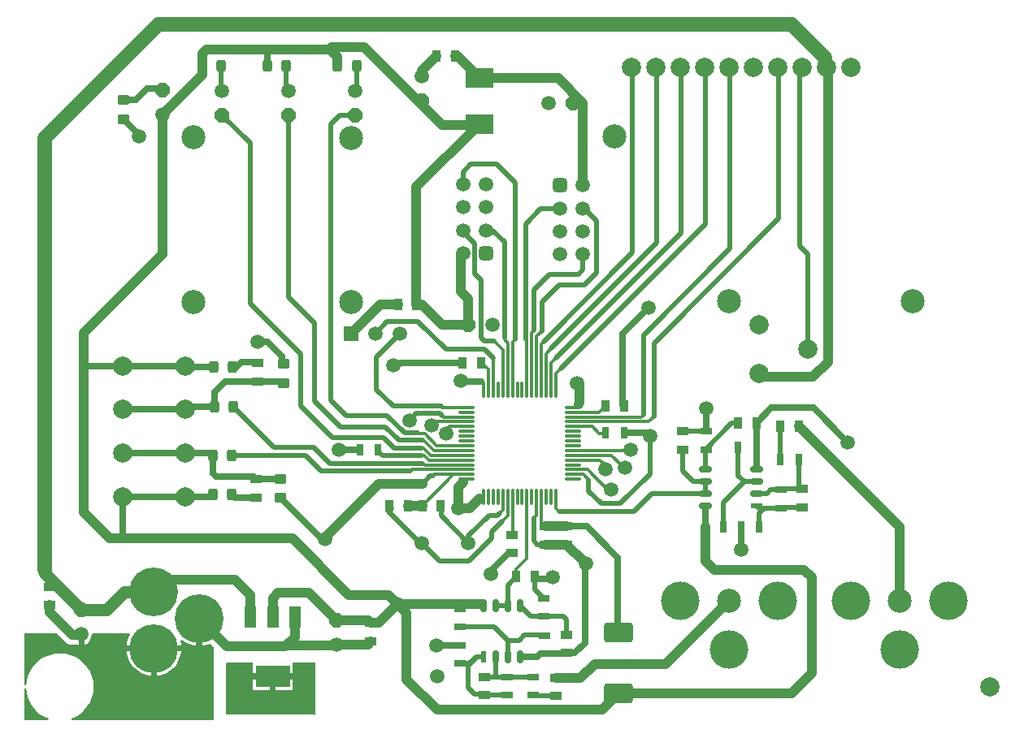
<source format=gtl>
%FSLAX44Y44*%
%MOMM*%
G71*
G01*
G75*
G04 Layer_Physical_Order=1*
G04 Layer_Color=255*
%ADD10R,1.3000X0.9000*%
G04:AMPARAMS|DCode=11|XSize=1mm|YSize=1.25mm|CornerRadius=0.25mm|HoleSize=0mm|Usage=FLASHONLY|Rotation=270.000|XOffset=0mm|YOffset=0mm|HoleType=Round|Shape=RoundedRectangle|*
%AMROUNDEDRECTD11*
21,1,1.0000,0.7500,0,0,270.0*
21,1,0.5000,1.2500,0,0,270.0*
1,1,0.5000,-0.3750,-0.2500*
1,1,0.5000,-0.3750,0.2500*
1,1,0.5000,0.3750,0.2500*
1,1,0.5000,0.3750,-0.2500*
%
%ADD11ROUNDEDRECTD11*%
G04:AMPARAMS|DCode=12|XSize=1mm|YSize=1.25mm|CornerRadius=0.25mm|HoleSize=0mm|Usage=FLASHONLY|Rotation=0.000|XOffset=0mm|YOffset=0mm|HoleType=Round|Shape=RoundedRectangle|*
%AMROUNDEDRECTD12*
21,1,1.0000,0.7500,0,0,0.0*
21,1,0.5000,1.2500,0,0,0.0*
1,1,0.5000,0.2500,-0.3750*
1,1,0.5000,-0.2500,-0.3750*
1,1,0.5000,-0.2500,0.3750*
1,1,0.5000,0.2500,0.3750*
%
%ADD12ROUNDEDRECTD12*%
G04:AMPARAMS|DCode=13|XSize=3mm|YSize=2mm|CornerRadius=0.25mm|HoleSize=0mm|Usage=FLASHONLY|Rotation=0.000|XOffset=0mm|YOffset=0mm|HoleType=Round|Shape=RoundedRectangle|*
%AMROUNDEDRECTD13*
21,1,3.0000,1.5000,0,0,0.0*
21,1,2.5000,2.0000,0,0,0.0*
1,1,0.5000,1.2500,-0.7500*
1,1,0.5000,-1.2500,-0.7500*
1,1,0.5000,-1.2500,0.7500*
1,1,0.5000,1.2500,0.7500*
%
%ADD13ROUNDEDRECTD13*%
%ADD14R,0.9000X1.3000*%
%ADD15R,0.7000X1.3000*%
%ADD16R,1.3000X0.7000*%
G04:AMPARAMS|DCode=17|XSize=1.3208mm|YSize=0.6096mm|CornerRadius=0.1524mm|HoleSize=0mm|Usage=FLASHONLY|Rotation=180.000|XOffset=0mm|YOffset=0mm|HoleType=Round|Shape=RoundedRectangle|*
%AMROUNDEDRECTD17*
21,1,1.3208,0.3048,0,0,180.0*
21,1,1.0160,0.6096,0,0,180.0*
1,1,0.3048,-0.5080,0.1524*
1,1,0.3048,0.5080,0.1524*
1,1,0.3048,0.5080,-0.1524*
1,1,0.3048,-0.5080,-0.1524*
%
%ADD17ROUNDEDRECTD17*%
%ADD18R,1.2700X0.6096*%
%ADD19R,3.0000X2.0000*%
%ADD20O,1.8000X0.3000*%
%ADD21O,0.3000X1.8000*%
%ADD22R,3.6000X2.2000*%
%ADD23R,1.2190X2.2350*%
G04:AMPARAMS|DCode=24|XSize=1.3208mm|YSize=0.6096mm|CornerRadius=0.1524mm|HoleSize=0mm|Usage=FLASHONLY|Rotation=90.000|XOffset=0mm|YOffset=0mm|HoleType=Round|Shape=RoundedRectangle|*
%AMROUNDEDRECTD24*
21,1,1.3208,0.3048,0,0,90.0*
21,1,1.0160,0.6096,0,0,90.0*
1,1,0.3048,0.1524,0.5080*
1,1,0.3048,0.1524,-0.5080*
1,1,0.3048,-0.1524,-0.5080*
1,1,0.3048,-0.1524,0.5080*
%
%ADD24ROUNDEDRECTD24*%
%ADD25R,0.6096X1.2700*%
%ADD26C,0.7000*%
%ADD27C,1.0000*%
%ADD28C,0.5000*%
%ADD29C,0.3000*%
%ADD30C,1.3000*%
%ADD31C,1.5000*%
%ADD32C,0.2540*%
%ADD33P,1.6236X8X202.5*%
%ADD34C,1.5000*%
%ADD35P,1.6236X8X292.5*%
%ADD36C,2.0000*%
G04:AMPARAMS|DCode=37|XSize=1.5mm|YSize=1.5mm|CornerRadius=0.375mm|HoleSize=0mm|Usage=FLASHONLY|Rotation=270.000|XOffset=0mm|YOffset=0mm|HoleType=Round|Shape=RoundedRectangle|*
%AMROUNDEDRECTD37*
21,1,1.5000,0.7500,0,0,270.0*
21,1,0.7500,1.5000,0,0,270.0*
1,1,0.7500,-0.3750,-0.3750*
1,1,0.7500,-0.3750,0.3750*
1,1,0.7500,0.3750,0.3750*
1,1,0.7500,0.3750,-0.3750*
%
%ADD37ROUNDEDRECTD37*%
%ADD38C,4.0000*%
%ADD39C,2.5000*%
%ADD40C,5.0800*%
%ADD41R,1.5000X1.5000*%
G36*
X72324Y239508D02*
X73610Y234151D01*
X75718Y229061D01*
X78597Y224364D01*
X82175Y220175D01*
X86364Y216597D01*
X91061Y213718D01*
X95302Y211962D01*
X94912Y210000D01*
X70001D01*
X70001Y210000D01*
X70000Y210000D01*
X70000Y210000D01*
Y243566D01*
X71999Y243644D01*
X72324Y239508D01*
D02*
G37*
G36*
X373000Y215000D02*
X372070Y216222D01*
X280000D01*
Y268778D01*
X280930Y270000D01*
X307700D01*
Y259010D01*
X349700D01*
Y270000D01*
X373000D01*
Y215000D01*
D02*
G37*
G36*
X255000Y287748D02*
X256457Y287863D01*
X260803Y288906D01*
X263650Y290086D01*
X267000Y286736D01*
Y210000D01*
X119088D01*
X118698Y211962D01*
X122939Y213718D01*
X127636Y216597D01*
X131825Y220175D01*
X135403Y224364D01*
X138282Y229061D01*
X140390Y234151D01*
X141676Y239508D01*
X142108Y245000D01*
X141676Y250492D01*
X140390Y255849D01*
X138282Y260939D01*
X135403Y265636D01*
X131825Y269825D01*
X127636Y273403D01*
X122939Y276282D01*
X117849Y278390D01*
X112492Y279676D01*
X107000Y280108D01*
X101508Y279676D01*
X96151Y278390D01*
X91061Y276282D01*
X86364Y273403D01*
X82175Y269825D01*
X78597Y265636D01*
X75718Y260939D01*
X73610Y255849D01*
X72324Y250492D01*
X71999Y246356D01*
X70000Y246434D01*
Y301000D01*
X103736D01*
X112868Y291868D01*
X112868D01*
X112868Y291868D01*
X112868D01*
X112868Y291868D01*
Y291868D01*
X112868Y291868D01*
Y291868D01*
X114957Y290265D01*
X117389Y289257D01*
X120000Y288914D01*
X127000D01*
Y299000D01*
X133000D01*
Y289419D01*
X135043Y290265D01*
X137132Y291868D01*
X138735Y293957D01*
X139742Y296390D01*
X140086Y299000D01*
X140021Y299496D01*
X141340Y301000D01*
X179450D01*
X180427Y299255D01*
X179617Y297933D01*
X177906Y293803D01*
X176863Y289457D01*
X176748Y288000D01*
X233252D01*
X233137Y289457D01*
X232290Y292984D01*
X233995Y294029D01*
X235255Y292953D01*
X239067Y290617D01*
X243197Y288906D01*
X247544Y287863D01*
X249000Y287748D01*
Y316000D01*
X255000D01*
Y287748D01*
D02*
G37*
%LPC*%
G36*
X325700Y253010D02*
X307700D01*
Y242010D01*
X325700D01*
Y253010D01*
D02*
G37*
G36*
X349700D02*
X331700D01*
Y242010D01*
X349700D01*
Y253010D01*
D02*
G37*
G36*
X233252Y282000D02*
X208000D01*
Y256748D01*
X209457Y256863D01*
X213803Y257906D01*
X217933Y259617D01*
X221745Y261953D01*
X225144Y264856D01*
X228047Y268255D01*
X230383Y272067D01*
X232094Y276197D01*
X233137Y280543D01*
X233252Y282000D01*
D02*
G37*
G36*
X202000D02*
X176748D01*
X176863Y280543D01*
X177906Y276197D01*
X179617Y272067D01*
X181953Y268255D01*
X184856Y264856D01*
X188255Y261953D01*
X192067Y259617D01*
X196197Y257906D01*
X200543Y256863D01*
X202000Y256748D01*
Y282000D01*
D02*
G37*
%LPD*%
D10*
X96000Y330500D02*
D03*
Y349500D02*
D03*
X311000Y442500D02*
D03*
Y461500D02*
D03*
X313000Y582500D02*
D03*
Y563500D02*
D03*
X635000Y412500D02*
D03*
Y393500D02*
D03*
X613000Y412500D02*
D03*
Y393500D02*
D03*
X578000Y403500D02*
D03*
Y384500D02*
D03*
X880000Y432500D02*
D03*
Y451500D02*
D03*
X756000Y511500D02*
D03*
Y492500D02*
D03*
X549000Y236500D02*
D03*
Y255500D02*
D03*
X635000Y299500D02*
D03*
Y280500D02*
D03*
X624000Y235500D02*
D03*
Y254500D02*
D03*
X431000Y311500D02*
D03*
Y292500D02*
D03*
D11*
X337000Y442000D02*
D03*
Y462000D02*
D03*
X340000Y582000D02*
D03*
Y562000D02*
D03*
X173000Y857000D02*
D03*
Y837000D02*
D03*
D12*
X286000Y486000D02*
D03*
X266000D02*
D03*
X288000Y537000D02*
D03*
X268000D02*
D03*
X286000Y446000D02*
D03*
X266000D02*
D03*
X287000Y579000D02*
D03*
X267000D02*
D03*
X275000Y893000D02*
D03*
X255000D02*
D03*
X343000D02*
D03*
X323000D02*
D03*
X416000D02*
D03*
X396000D02*
D03*
D13*
X689000Y238000D02*
D03*
Y302000D02*
D03*
D14*
X545500Y583000D02*
D03*
X526500D02*
D03*
X675500Y538000D02*
D03*
X694500D02*
D03*
X478500Y644000D02*
D03*
X459500D02*
D03*
X450500Y434000D02*
D03*
X469500D02*
D03*
X503500D02*
D03*
X484500D02*
D03*
X813500Y520000D02*
D03*
X832500D02*
D03*
X857500Y517000D02*
D03*
X876500D02*
D03*
X518500Y903000D02*
D03*
X499500D02*
D03*
X601500Y360000D02*
D03*
X582500D02*
D03*
D15*
X419500Y492000D02*
D03*
X438500D02*
D03*
X857500Y482000D02*
D03*
X876500D02*
D03*
X835500Y412000D02*
D03*
X816500D02*
D03*
X832500Y495000D02*
D03*
X813500D02*
D03*
X694500Y510000D02*
D03*
X675500D02*
D03*
X779500Y412000D02*
D03*
X798500D02*
D03*
D16*
X858000Y450500D02*
D03*
Y431500D02*
D03*
X780000Y511500D02*
D03*
Y492500D02*
D03*
X573000Y255500D02*
D03*
Y236500D02*
D03*
X600000D02*
D03*
Y255500D02*
D03*
X524000Y269500D02*
D03*
Y288500D02*
D03*
X611000Y337500D02*
D03*
Y318500D02*
D03*
X612000Y279500D02*
D03*
Y298500D02*
D03*
X524000Y326500D02*
D03*
Y307500D02*
D03*
D17*
X779330Y433950D02*
D03*
Y446650D02*
D03*
Y472050D02*
D03*
Y459350D02*
D03*
X832670Y446650D02*
D03*
Y472050D02*
D03*
Y459350D02*
D03*
D18*
Y433950D02*
D03*
D19*
X544000Y880000D02*
D03*
Y832000D02*
D03*
D20*
X530500Y461500D02*
D03*
Y466500D02*
D03*
Y471500D02*
D03*
Y476500D02*
D03*
Y481500D02*
D03*
Y486500D02*
D03*
Y491500D02*
D03*
Y496500D02*
D03*
Y501500D02*
D03*
Y506500D02*
D03*
Y511500D02*
D03*
Y516500D02*
D03*
Y521500D02*
D03*
Y526500D02*
D03*
Y531500D02*
D03*
Y536500D02*
D03*
X641500D02*
D03*
Y531500D02*
D03*
Y526500D02*
D03*
Y521500D02*
D03*
Y516500D02*
D03*
Y511500D02*
D03*
Y506500D02*
D03*
Y501500D02*
D03*
Y496500D02*
D03*
Y491500D02*
D03*
Y486500D02*
D03*
Y481500D02*
D03*
Y476500D02*
D03*
Y471500D02*
D03*
Y466500D02*
D03*
Y461500D02*
D03*
D21*
X548500Y554500D02*
D03*
X553500D02*
D03*
X558500D02*
D03*
X563500D02*
D03*
X568500D02*
D03*
X573500D02*
D03*
X578500D02*
D03*
X583500D02*
D03*
X588500D02*
D03*
X593500D02*
D03*
X598500D02*
D03*
X603500D02*
D03*
X608500D02*
D03*
X613500D02*
D03*
X618500D02*
D03*
X623500D02*
D03*
Y443500D02*
D03*
X618500D02*
D03*
X613500D02*
D03*
X608500D02*
D03*
X603500D02*
D03*
X598500D02*
D03*
X593500D02*
D03*
X588500D02*
D03*
X583500D02*
D03*
X578500D02*
D03*
X573500D02*
D03*
X568500D02*
D03*
X563500D02*
D03*
X558500D02*
D03*
X553500D02*
D03*
X548500D02*
D03*
D22*
X328700Y256010D02*
D03*
D23*
X305590Y317990D02*
D03*
X328700D02*
D03*
X351810D02*
D03*
D24*
X547950Y329670D02*
D03*
X560650D02*
D03*
X586050D02*
D03*
X573350D02*
D03*
X560650Y276330D02*
D03*
X586050D02*
D03*
X573350D02*
D03*
D25*
X547950D02*
D03*
D26*
X892000Y536000D02*
X927000Y501000D01*
X848500Y536000D02*
X892000D01*
X832500Y520000D02*
X848500Y536000D01*
X555000Y363000D02*
X556000D01*
X574500Y384500D02*
X578000D01*
X556000Y366000D02*
X574500Y384500D01*
X527000Y563000D02*
X546000D01*
X462000Y583000D02*
X527500D01*
X459000Y580000D02*
X462000Y583000D01*
X338500Y563500D02*
X340000Y562000D01*
X313000Y563500D02*
X338500D01*
X311500Y584000D02*
X313000Y582500D01*
X296000Y584000D02*
X311500D01*
X291000Y579000D02*
X296000Y584000D01*
X287000Y579000D02*
X291000D01*
X172500Y579500D02*
X237500D01*
X238000Y579000D01*
X267000D01*
X279500Y563500D02*
X313000D01*
X268000Y552000D02*
X279500Y563500D01*
X268000Y537000D02*
Y552000D01*
X240000Y537000D02*
X268000D01*
X237500Y534500D02*
X240000Y537000D01*
X172500Y534500D02*
X237500D01*
X308500Y464000D02*
X311000Y461500D01*
X270000Y464000D02*
X308500D01*
X266000Y468000D02*
X270000Y464000D01*
X266000Y468000D02*
Y486000D01*
X311500Y462000D02*
X337000D01*
X311000Y461500D02*
X311500Y462000D01*
X289500Y442500D02*
X311000D01*
X286000Y446000D02*
X289500Y442500D01*
X263500Y443500D02*
X266000Y446000D01*
X237500Y443500D02*
X263500D01*
X172500D02*
X237500D01*
X263500Y488500D02*
X266000Y486000D01*
X237500Y488500D02*
X263500D01*
X172500D02*
X237500D01*
X779330Y412170D02*
Y433950D01*
Y412170D02*
X779500Y412000D01*
X832670Y472050D02*
Y494830D01*
X832500Y495000D02*
X832670Y494830D01*
X832500Y495000D02*
Y520000D01*
X586050Y276330D02*
X603830D01*
X606750Y279250D01*
X499500Y288500D02*
X524000D01*
X499000Y289000D02*
X499500Y288500D01*
X601500Y360000D02*
X603500Y358000D01*
X617000D01*
X612000Y279500D02*
X634000D01*
X635000Y280500D01*
X816500Y388500D02*
Y412000D01*
Y388500D02*
X817000Y388000D01*
X780000Y511500D02*
Y535000D01*
Y536000D01*
X693500Y539000D02*
X694500Y538000D01*
X319000Y910000D02*
X323000Y906000D01*
Y893000D02*
Y906000D01*
X173000Y857000D02*
X186000D01*
X198000Y869000D01*
X212700D01*
X214000Y867700D01*
X635000Y280500D02*
X643500D01*
X654000Y291000D01*
Y374000D01*
X635000Y412500D02*
X655500D01*
X688000Y380000D01*
Y303000D02*
Y380000D01*
Y303000D02*
X689000Y302000D01*
X694500Y510000D02*
X719000D01*
X722000Y507000D01*
X484000Y881000D02*
Y887500D01*
X399000Y492000D02*
X419500D01*
X338000Y584000D02*
X340000Y582000D01*
X338000Y584000D02*
Y590000D01*
X323000Y605000D02*
X338000Y590000D01*
X316000Y605000D02*
X323000D01*
X173000Y837000D02*
X188000Y822000D01*
Y819000D02*
Y822000D01*
X337000Y442000D02*
X380000Y399000D01*
X383000D01*
X172500Y401500D02*
Y443500D01*
Y401500D02*
X174000Y400000D01*
X133500Y579500D02*
X172500D01*
X132000Y578000D02*
X133500Y579500D01*
X693500Y539000D02*
Y613500D01*
X720000Y640000D01*
D27*
X500000Y221000D02*
X672000D01*
X468000Y253000D02*
X500000Y221000D01*
X468000Y253000D02*
Y322000D01*
X459000Y331000D02*
X546620D01*
X648000Y541000D02*
Y562000D01*
X647000Y540000D02*
X648000Y541000D01*
X646000Y562000D02*
X648000D01*
X534000Y431000D02*
X544000Y441000D01*
X522000Y431000D02*
X534000D01*
X522000Y453000D02*
X527000Y458000D01*
X522000Y431000D02*
Y453000D01*
X469500Y434000D02*
X484500D01*
X439000Y457000D02*
X484500D01*
X383000Y401000D02*
X439000Y457000D01*
X672000Y221000D02*
X689000Y238000D01*
X408000Y341000D02*
X449000D01*
X349000Y400000D02*
X408000Y341000D01*
X174000Y400000D02*
X349000D01*
X449000Y341000D02*
X459000Y331000D01*
X468000Y322000D01*
X439500Y311500D02*
X459000Y331000D01*
X431000Y311500D02*
X439500D01*
X427800Y314700D02*
X431000Y311500D01*
X395000Y314700D02*
X427800D01*
X366700Y343000D02*
X395000Y314700D01*
X334000Y343000D02*
X366700D01*
X328700Y337700D02*
X334000Y343000D01*
X328700Y317990D02*
Y337700D01*
X427800Y289300D02*
X431000Y292500D01*
X395000Y289300D02*
X427800D01*
X393700Y288000D02*
X395000Y289300D01*
X343000Y288000D02*
X393700D01*
X652000Y768000D02*
Y854000D01*
X626000Y880000D02*
X652000Y854000D01*
X544000Y880000D02*
X626000D01*
X505000Y831000D02*
X543000D01*
X424000Y912000D02*
X505000Y831000D01*
X390000Y912000D02*
X424000D01*
X532300Y623000D02*
Y649700D01*
X525000Y657000D02*
X532300Y649700D01*
X525000Y657000D02*
Y695000D01*
X527000Y697000D01*
X505000Y623000D02*
X532300D01*
X484000Y644000D02*
X505000Y623000D01*
X478500Y644000D02*
X484000D01*
X96000Y323000D02*
Y330500D01*
Y323000D02*
X120000Y299000D01*
X289000Y357000D02*
X305590Y340410D01*
X218000Y357000D02*
X289000D01*
X205000Y344000D02*
X218000Y357000D01*
X120000Y299000D02*
X130000D01*
X281000Y287000D02*
X342000D01*
X343000Y288000D01*
X351810Y296810D01*
X252000Y316000D02*
X281000Y287000D01*
X351810Y296810D02*
Y317990D01*
X305590D02*
Y340410D01*
X613000Y393500D02*
X635000D01*
X613000Y412500D02*
X635000D01*
X255000Y893000D02*
Y905000D01*
X260000Y910000D01*
X319000D01*
X388000D01*
X396000Y893000D02*
Y902000D01*
X388000Y910000D02*
X396000Y902000D01*
X255000Y883300D02*
Y893000D01*
X214000Y842300D02*
X255000Y883300D01*
X635000Y393500D02*
X654000Y374500D01*
Y374000D02*
Y374500D01*
X738200Y269000D02*
X804000Y334800D01*
X664000Y269000D02*
X738200D01*
X649500Y254500D02*
X664000Y269000D01*
X624000Y254500D02*
X649500D01*
X835600Y571600D02*
X839200Y568000D01*
X891000D01*
X876500Y517000D02*
X982000Y411500D01*
Y334800D02*
Y411500D01*
X518500Y903000D02*
X521000D01*
X544000Y880000D01*
X484000Y887500D02*
X499500Y903000D01*
X478500Y644000D02*
Y766500D01*
X543000Y831000D01*
X441000Y644000D02*
X459500D01*
X410000Y613000D02*
Y613000D01*
X441000Y644000D01*
X891000Y568000D02*
X907000Y584000D01*
Y889900D01*
X905900Y891000D02*
X907000Y889900D01*
X383000Y399000D02*
Y401000D01*
X689000Y238000D02*
X869000D01*
X890000Y259000D01*
Y359000D01*
X882000Y367000D02*
X890000Y359000D01*
X789000Y367000D02*
X882000D01*
X779500Y376500D02*
X789000Y367000D01*
X779500Y376500D02*
Y412000D01*
X132000Y427000D02*
X159000Y400000D01*
X132000Y614000D02*
X214000Y696000D01*
Y842300D01*
X159000Y400000D02*
X174000D01*
X132000Y427000D02*
Y578000D01*
Y614000D01*
X388000Y910000D02*
X390000Y912000D01*
D28*
X691000Y436000D02*
X722000Y467000D01*
X671000Y436000D02*
X691000D01*
X658000Y449000D02*
X671000Y436000D01*
X658000Y449000D02*
Y461000D01*
X722000Y467000D02*
Y507000D01*
X549000Y597000D02*
X558500Y587500D01*
X509000Y597000D02*
X549000D01*
X480000Y626000D02*
X509000Y597000D01*
X549000Y606000D02*
X559000D01*
X545700Y609300D02*
X549000Y606000D01*
X492500Y465000D02*
X496000D01*
X484500Y457000D02*
X492500Y465000D01*
X449250Y427750D02*
X453000Y431500D01*
X449250Y427750D02*
X482001Y394999D01*
X483599D01*
X545700Y609300D02*
Y669300D01*
X539000Y676000D02*
X545700Y669300D01*
X539000Y676000D02*
Y707000D01*
X527000Y719000D02*
X539000Y707000D01*
X527000Y719000D02*
Y721000D01*
X454000Y538000D02*
X504000D01*
X471000Y523000D02*
X478000Y530000D01*
X471000Y523000D02*
X476000D01*
X503000Y530000D02*
X505000Y528000D01*
X478000Y530000D02*
X503000D01*
X466000Y510000D02*
X480000D01*
X443000Y486000D02*
X484000D01*
X448000Y528000D02*
X466000Y510000D01*
X437000Y555000D02*
X454000Y538000D01*
X460000Y502000D02*
X485000D01*
X446000Y516000D02*
X460000Y502000D01*
X455000Y494000D02*
X484000D01*
X444000Y505000D02*
X455000Y494000D01*
X391000Y505000D02*
X444000D01*
X398300Y841300D02*
X415000D01*
X389000Y832000D02*
X398300Y841300D01*
X389000Y544000D02*
Y832000D01*
X560650Y329670D02*
X573350D01*
X512000Y515000D02*
Y515000D01*
X448000Y626000D02*
X480000D01*
X437200Y615200D02*
X448000Y626000D01*
X433200Y615200D02*
X437200D01*
X358000Y538000D02*
Y592000D01*
Y538000D02*
X391000Y505000D01*
X345000Y651000D02*
X372000Y624000D01*
Y543000D02*
Y624000D01*
Y543000D02*
X399000Y516000D01*
X345000Y651000D02*
Y841300D01*
X570000Y609000D02*
Y709000D01*
X558000Y721000D02*
X570000Y709000D01*
X551000Y721000D02*
X558000D01*
X527000Y782000D02*
X535000Y790000D01*
X527000Y769000D02*
Y782000D01*
X405000Y528000D02*
X448000D01*
X389000Y544000D02*
X405000Y528000D01*
X399000Y516000D02*
X446000D01*
X388000Y478000D02*
X485000D01*
X438500Y490500D02*
X443000Y486000D01*
X371000Y495000D02*
X388000Y478000D01*
X379000Y470000D02*
X472000D01*
X363000Y486000D02*
X379000Y470000D01*
X330000Y495000D02*
X371000D01*
X288000Y537000D02*
X330000Y495000D01*
X286000Y486000D02*
X363000D01*
X504000Y423399D02*
Y433500D01*
X503500Y434000D02*
X504000Y433500D01*
Y423399D02*
X532399Y394999D01*
Y402399D02*
X554000Y424000D01*
X532399Y394999D02*
Y402399D01*
X554000Y424000D02*
X563000D01*
X557000Y407000D02*
X568000Y418000D01*
X483599Y394999D02*
X502598Y376000D01*
X563000Y424000D02*
X565000Y426000D01*
X859000Y451500D02*
X880000D01*
X858000Y450500D02*
X859000Y451500D01*
X832670Y446650D02*
X843650D01*
X847500Y450500D01*
X858000D01*
X859000Y432500D02*
X880000D01*
X858000Y431500D02*
X859000Y432500D01*
X813500Y465500D02*
Y495000D01*
Y465500D02*
X820000Y459000D01*
X820350Y459350D01*
X832670D01*
X798500Y412000D02*
Y437500D01*
X820000Y459000D01*
X835500Y412000D02*
Y426000D01*
X841000Y431500D02*
X858000D01*
X835120D02*
X841000D01*
X832670Y433950D02*
X835120Y431500D01*
X835500Y426000D02*
X841000Y431500D01*
X779330Y446650D02*
Y459350D01*
Y472050D02*
Y492330D01*
X807000Y520000D01*
X813500D01*
X857500Y482000D02*
Y517000D01*
X876500Y455000D02*
Y482000D01*
Y455000D02*
X880000Y451500D01*
X779280Y472000D02*
X779330Y472050D01*
X756000Y511500D02*
X780000D01*
X766650Y459350D02*
X779330D01*
X756000Y470000D02*
X766650Y459350D01*
X756000Y470000D02*
Y492500D01*
X549000Y253500D02*
X551000Y255500D01*
Y236500D02*
X573000D01*
Y255500D02*
X600000D01*
X560650Y256150D02*
Y276330D01*
X560000Y255500D02*
X560650Y256150D01*
X551000Y255500D02*
X560000D01*
X573000D01*
X532000Y244000D02*
X539000Y237000D01*
X546500D01*
X549000Y234500D02*
X551000Y236500D01*
X546500Y237000D02*
X549000Y234500D01*
X573350Y276330D02*
Y293650D01*
X559500Y307500D02*
X573350Y293650D01*
X524000Y307500D02*
X559500D01*
X600000Y235500D02*
X624000D01*
X540330Y276330D02*
X547950D01*
X533500Y269500D02*
X540330Y276330D01*
X524000Y269500D02*
X533500D01*
X597220Y318500D02*
X611000D01*
X586050Y329670D02*
X597220Y318500D01*
X601500Y347000D02*
Y360000D01*
Y347000D02*
X611000Y337500D01*
X573350Y329670D02*
Y350850D01*
X582500Y360000D01*
X573350Y293650D02*
X585650D01*
X591000Y299000D01*
X611500D01*
X612000Y298500D01*
X635000Y299500D02*
Y315000D01*
X611000Y318500D02*
X631500D01*
X635000Y315000D01*
X532000Y244000D02*
Y267000D01*
X541330Y276330D01*
X547950D01*
X608000Y744000D02*
X628000D01*
X652000Y680000D02*
Y696000D01*
X647000Y675000D02*
X652000Y680000D01*
X617000Y675000D02*
X647000D01*
X601000Y659000D02*
X617000Y675000D01*
X601000Y617000D02*
Y659000D01*
X652000Y744000D02*
X653000D01*
X666000Y731000D01*
X609000Y616000D02*
Y646000D01*
X627000Y664000D01*
X653000D01*
X666000Y677000D01*
Y731000D01*
X703700Y697700D02*
Y887000D01*
X611000Y605000D02*
X703700Y697700D01*
X729100Y708100D02*
Y888000D01*
X754500Y718500D02*
Y888000D01*
X624000Y588000D02*
X754500Y718500D01*
X779900Y727900D02*
Y890000D01*
X629000Y577000D02*
X779900Y727900D01*
X856100Y733100D02*
Y889000D01*
X726000Y603000D02*
X856100Y733100D01*
X726000Y527000D02*
Y603000D01*
X535000Y790000D02*
X562000D01*
X581000Y607000D02*
Y771000D01*
X562000Y790000D02*
X581000Y771000D01*
X619000Y598000D02*
X729100Y708100D01*
X604500Y393500D02*
X613000D01*
X601000Y397000D02*
X604500Y393500D01*
X601000Y397000D02*
Y421000D01*
X506000Y509000D02*
X509000D01*
X506000D02*
X512000Y515000D01*
X592000Y607000D02*
Y728000D01*
X608000Y744000D01*
X275000Y867700D02*
Y893000D01*
Y867700D02*
X276000Y866700D01*
X343000Y868700D02*
Y893000D01*
Y868700D02*
X345000Y866700D01*
X416000Y867700D02*
Y893000D01*
X415000Y866700D02*
X416000Y867700D01*
X723650Y446650D02*
X779330D01*
X705000Y428000D02*
X723650Y446650D01*
X627000Y428000D02*
X705000D01*
X886400Y597000D02*
Y696600D01*
X878000Y705000D02*
X886400Y696600D01*
X878000Y705000D02*
Y888500D01*
X880500Y891000D01*
X502598Y376000D02*
X533000D01*
X557000Y400000D01*
Y407000D01*
X437000Y555000D02*
Y589000D01*
X462000Y614000D01*
X305000Y645000D02*
X358000Y592000D01*
X305000Y645000D02*
Y812300D01*
X276000Y841300D02*
X305000Y812300D01*
X715000Y529000D02*
Y612000D01*
X805300Y702300D01*
Y892000D01*
D29*
X681000Y450000D02*
Y451000D01*
X678000Y447000D02*
X681000Y450000D01*
X678000Y447000D02*
Y450000D01*
X559000Y606000D02*
X568500Y596500D01*
X656500Y471500D02*
X678000Y450000D01*
X641500Y471500D02*
X656500D01*
X652500Y466500D02*
X658000Y461000D01*
X641500Y466500D02*
X652500D01*
X496500D02*
X517000D01*
X530500D01*
X484500Y434000D02*
X517000Y466500D01*
X505500Y536500D02*
X530500D01*
X504000Y538000D02*
X505500Y536500D01*
X499500Y496500D02*
X530500D01*
X487000Y509000D02*
X499500Y496500D01*
X481000Y509000D02*
X487000D01*
X496500Y491500D02*
X530500D01*
X493500Y486500D02*
X530500D01*
X491500Y481500D02*
X530500D01*
X491000Y482000D02*
X491500Y481500D01*
X490475Y482000D02*
X491000D01*
X487500Y476500D02*
X530500D01*
X473500Y471500D02*
X530500D01*
X512500Y516500D02*
X530500D01*
X498000Y521500D02*
X530500D01*
X558500Y554500D02*
Y587500D01*
X578500Y554500D02*
Y604500D01*
X570000Y607000D02*
X573500Y603500D01*
Y554500D02*
Y603500D01*
X568500Y554500D02*
Y596500D01*
X546500Y583000D02*
X553500Y576000D01*
Y554500D02*
Y576000D01*
X578000Y403500D02*
X578500Y404000D01*
Y443500D01*
X568000Y418000D02*
X573500Y423500D01*
Y443500D01*
X568500Y429500D02*
Y443500D01*
X565000Y426000D02*
X568500Y429500D01*
X505000Y528000D02*
X506500Y526500D01*
X530500D01*
X593500Y554500D02*
Y605500D01*
X598500Y614500D02*
X601000Y617000D01*
X603500Y554500D02*
Y610500D01*
X609000Y616000D01*
X598500Y554500D02*
Y614500D01*
X641500Y491500D02*
X701500D01*
X702000Y492000D01*
X641500Y486500D02*
X681500D01*
X694500Y473500D01*
X641500Y481500D02*
X669500D01*
X675000Y476000D01*
X608500Y554500D02*
Y602500D01*
X611000Y605000D01*
X613500Y554500D02*
Y592500D01*
X619000Y598000D01*
X618500Y554500D02*
Y582500D01*
X624000Y588000D01*
X623500Y554500D02*
Y571500D01*
X629000Y577000D01*
X641500Y531500D02*
X669000D01*
X675500Y538000D01*
X641500Y526500D02*
X712500D01*
X715000Y529000D01*
X641500Y516500D02*
X661500D01*
X669000Y509000D01*
X674500D01*
X675500Y510000D01*
X578500Y604500D02*
X581000Y607000D01*
X608500Y417000D02*
Y443500D01*
Y417000D02*
X613000Y412500D01*
X603500Y423500D02*
Y443500D01*
X601000Y421000D02*
X603500Y423500D01*
X593500Y378500D02*
Y443500D01*
X582500Y367500D02*
X593500Y378500D01*
X582500Y360000D02*
Y367500D01*
X486475Y486000D02*
X490475Y482000D01*
X486500Y501500D02*
X496500Y491500D01*
X592000Y607000D02*
X593500Y605500D01*
X641500Y521500D02*
X720500D01*
X726000Y527000D01*
X486000Y494000D02*
X493500Y486500D01*
X623500Y431500D02*
Y443500D01*
Y431500D02*
X627000Y428000D01*
D30*
X91000Y363700D02*
X129000Y325700D01*
X91000Y363700D02*
Y367000D01*
X129000Y325700D02*
X155700D01*
X174000Y344000D01*
X205000D01*
D31*
X91000Y367000D02*
Y817000D01*
X869000Y936000D02*
X904000Y901000D01*
X91000Y817000D02*
X210000Y936000D01*
X869000D01*
D32*
X486000Y478000D02*
X487500Y476500D01*
D33*
X532300Y623000D02*
D03*
X641700Y854000D02*
D03*
D34*
X557700Y623000D02*
D03*
X616300Y854000D02*
D03*
X484000Y881700D02*
D03*
X129000Y300300D02*
D03*
X395000Y289300D02*
D03*
X527000Y697000D02*
D03*
X551000Y721000D02*
D03*
X527000D02*
D03*
X551000Y745000D02*
D03*
X527000D02*
D03*
X551000Y769000D02*
D03*
X527000D02*
D03*
X532399Y394999D02*
D03*
X483599D02*
D03*
X652000Y768000D02*
D03*
X628000Y744000D02*
D03*
X652000D02*
D03*
X628000Y720000D02*
D03*
X652000D02*
D03*
X628000Y696000D02*
D03*
X652000D02*
D03*
X460800Y613000D02*
D03*
X435400D02*
D03*
X276000Y866700D02*
D03*
X345000D02*
D03*
X415000D02*
D03*
X214000Y842300D02*
D03*
X500000Y256000D02*
D03*
X681000Y451000D02*
D03*
X646000Y562000D02*
D03*
X525000Y564000D02*
D03*
X556000Y363000D02*
D03*
X459000Y331000D02*
D03*
X696000Y474000D02*
D03*
X494000Y518000D02*
D03*
X471000Y523000D02*
D03*
X509000Y509000D02*
D03*
X620000Y359000D02*
D03*
X499500Y288500D02*
D03*
X816500Y388500D02*
D03*
X780000Y535000D02*
D03*
X702000Y492000D02*
D03*
X675000Y472000D02*
D03*
X655000Y374000D02*
D03*
X722000Y507000D02*
D03*
X928000Y500000D02*
D03*
X398000Y492000D02*
D03*
X454000Y580000D02*
D03*
X313000Y605000D02*
D03*
X189000Y819000D02*
D03*
X383000Y399000D02*
D03*
X522000Y431000D02*
D03*
X720000Y640000D02*
D03*
D35*
X484000Y856300D02*
D03*
X129000Y325700D02*
D03*
X395000Y314700D02*
D03*
X276000Y841300D02*
D03*
X345000D02*
D03*
X415000D02*
D03*
X214000Y867700D02*
D03*
D36*
X702700Y891000D02*
D03*
X728100D02*
D03*
X753500D02*
D03*
X778900D02*
D03*
X804300D02*
D03*
X829700D02*
D03*
X855100D02*
D03*
X880500D02*
D03*
X905900D02*
D03*
X931300D02*
D03*
X835600Y571600D02*
D03*
X886400Y597000D02*
D03*
X835600Y622400D02*
D03*
X172500Y443500D02*
D03*
Y488500D02*
D03*
X237500D02*
D03*
Y443500D02*
D03*
Y579500D02*
D03*
Y534500D02*
D03*
X172500D02*
D03*
Y579500D02*
D03*
X1076000Y245000D02*
D03*
D37*
X551000Y697000D02*
D03*
X628000Y768000D02*
D03*
D38*
X982000Y284000D02*
D03*
X931200Y334800D02*
D03*
X1032800D02*
D03*
X804000Y284000D02*
D03*
X753200Y334800D02*
D03*
X854800D02*
D03*
D39*
X982000D02*
D03*
X804000D02*
D03*
X995000Y647000D02*
D03*
X804000D02*
D03*
X685000Y819000D02*
D03*
X410000Y817000D02*
D03*
Y646000D02*
D03*
X246000D02*
D03*
Y818000D02*
D03*
D40*
X252000Y316000D02*
D03*
X205000Y344000D02*
D03*
Y285000D02*
D03*
D41*
X410000Y613000D02*
D03*
M02*

</source>
